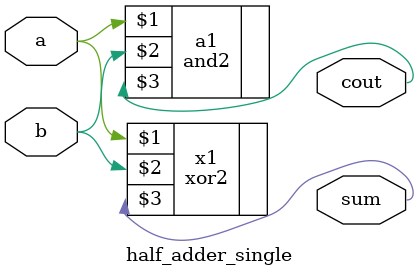
<source format=v>
module mat_4x4_multiplier(input wire[3:0] a,b,c,d,e,f,g,h,i,j,k,l,m,n,o,p,a1,b1,c1,d1,e1,f1,g1,h1,i1,j1,k1,l1,m1,n1,o1,p1, output wire[7:0] q,r,s,t,u,v,w,x,y,z,a2,b2,c2,d2,e2,f2);
        wire [7:0] tv[32:0];
        mat_2x2_multiplier mk1(a,b,e,f,a1,b1,e1,f1,tv[0],tv[1],tv[2],tv[3]);
        mat_2x2_multiplier mk2(c,d,g,h,i1,j1,m1,n1,tv[4],tv[5],tv[6],tv[7]);
        mat_2x2_adder ak1(tv[0],tv[1],tv[2],tv[3],tv[4],tv[5],tv[6],tv[7],q,r,u,v);

        mat_2x2_multiplier mk3(a,b,e,f,c1,d1,g1,h1, tv[8],tv[9],tv[10],tv[11]);
        mat_2x2_multiplier mk4(c,d,g,h,k1,l1,o1,p1, tv[12],tv[13],tv[14],tv[15]);
        mat_2x2_adder ak2(tv[8],tv[9],tv[10],tv[11],tv[12],tv[13],tv[14],tv[15],s,t,w,x);

        mat_2x2_multiplier mk5(i,j,m,n,a1,b1,e1,f1, tv[16],tv[17],tv[18],tv[19]);
        mat_2x2_multiplier mk6(k,l,o,p,i1,j1,m1,n1, tv[20],tv[21],tv[22],tv[23]);
        mat_2x2_adder ak3(tv[16],tv[17],tv[18],tv[19],tv[20],tv[21],tv[22],tv[23],y,z,c2,d2);

        mat_2x2_multiplier mk7(i,j,m,n,c1,d1,g1,h1, tv[24],tv[25],tv[26],tv[27]);
        mat_2x2_multiplier mk8(k,l,o,p,k1,l1,o1,p1, tv[28],tv[29],tv[30],tv[31]);
        mat_2x2_adder ak4(tv[24],tv[25],tv[26],tv[27],tv[28],tv[29],tv[30],tv[31],a2,b2,e2,f2);
endmodule

module mat_2x2_adder(input wire[7:0] a,b,c,d,e,f,g,h,output wire[7:0] w,x,y,z);
        wire [4:0] t;
        full_adder_8bit f1(a,e,w,t[0]);
        full_adder_8bit f2(b,f,x,t[1]);
        full_adder_8bit f3(c,g,y,t[2]);
        full_adder_8bit f4(d,h,z,t[3]);
endmodule

module mat_2x2_multiplier(input wire[3:0] a,b,c,d,e,f,g,h,output wire[7:0] w,x,y,z);
        wire[7:0] p,q,r,s,t,u,v,k; wire[7:0] temp;
        multiplier_4bit m1(a,e,p);
        multiplier_4bit m2(b,g,q);
        full_adder_8bit f1(p,q,w,temp[0]);

        multiplier_4bit m3(a,f,r);
        multiplier_4bit m4(b,h,s);
        full_adder_8bit f2(r,s,x,temp[1]);

        multiplier_4bit m5(c,e,t);
        multiplier_4bit m6(d,g,u);
        full_adder_8bit f3(t,u,y,temp[2]);

        multiplier_4bit m7(c,f,v);
        multiplier_4bit m8(d,h,k);
        full_adder_8bit f4(v,k,z,temp[3]);
endmodule

module full_adder_8bit(input wire[7:0] a,b,output wire[7:0] sum,output wire cout);
        wire[8:0] t;
        full_adder_single f1(a[0],b[0],1'b0,sum[0],t[0]);
        full_adder_single f2(a[1],b[1],t[0],sum[1],t[1]);
        full_adder_single f3(a[2],b[2],t[1],sum[2],t[2]);
        full_adder_single f4(a[3],b[3],t[2],sum[3],t[3]);
        full_adder_single f5(a[4],b[4],t[3],sum[4],t[4]);
        full_adder_single f6(a[5],b[5],t[4],sum[5],t[5]);
        full_adder_single f7(a[6],b[6],t[5],sum[6],t[6]);
        full_adder_single f8(a[7],b[7],t[6],sum[7],cout);
endmodule

module full_adder_4bit(input wire[3:0] a,b,output wire[3:0] sum,output wire cout);
        wire[3:0] t;
        full_adder_single f1(a[0],b[0],1'b0,sum[0],t[0]);
        full_adder_single f2(a[1],b[1],t[0],sum[1],t[1]);
        full_adder_single f3(a[2],b[2],t[1],sum[2],t[2]);
        full_adder_single f4(a[3],b[3],t[2],sum[3],cout);
endmodule
module multiplier_4bit(input wire[3:0] a, b, output wire[7:0] product);
        wire[20:0] t; wire[20:0] c;
        and2 a1(a[0],b[0],product[0]);

        and2 a2(a[1],b[0],t[0]);
        and2 a3(a[0],b[1],t[1]);
        half_adder_single h1(t[0],t[1],product[1],c[0]);

        and2 a4(a[2],b[0],t[2]);
        and2 a5(a[1],b[1],t[3]);
        and2 a6(a[0],b[2],t[4]);
        half_adder_single h2(t[2],t[3],c[1],c[2]);
        full_adder_single f1(t[4],c[1],c[0],product[2],c[3]);

        and2 a7(a[3],b[0],t[5]);
        and2 a8(a[2],b[1],t[6]);
        and2 a9(a[1],b[2],t[7]);
        and2 a10(a[0],b[3],t[8]);
        half_adder_single h3(t[5],t[6],c[4],c[5]);
        full_adder_single f2(c[4],t[7],c[2],c[6],c[7]);
        full_adder_single f3(c[6],t[8],c[3],product[3],c[8]);

        and2 a11(a[3],b[1],t[9]);
        and2 a12(a[2],b[2],t[10]);
        and2 a13(a[1],b[3],t[11]);
        full_adder_single f4(t[9],t[10],c[5],c[9],c[10]);
        full_adder_single f5(t[11],c[9],c[7],c[11],c[12]);
        half_adder_single h4(c[11],c[8],product[4],c[13]);

        and2 a14(a[3],b[2],t[12]);
        and2 a15(a[2],b[3],t[13]);
        full_adder_single f6(t[12],t[13],c[10],c[14],c[15]);
        full_adder_single f7(c[14],c[12],c[13],product[5],c[16]);

        and2 a16(a[3],b[3],t[14]);
        full_adder_single f8(t[14],c[15],c[16],product[6],product[7]);

endmodule

module full_adder_single(input wire a, b, cin, output wire sum, cout);
        wire[4:0] t;
        xor2 x1(a,b,t[0]);
        xor2 x2(t[0],cin,sum);
        and2 a1(a,b,t[1]);
        and2 a2(a,cin,t[2]);
        and2 a3(b,cin,t[3]);
        or2 a4(t[1],t[2],t[4]);
        or2 a5(t[4],t[3],cout);
endmodule

module half_adder_single(input wire a, b, output wire sum,cout);
        xor2 x1(a,b,sum);
        and2 a1(a,b,cout);
endmodule
</source>
